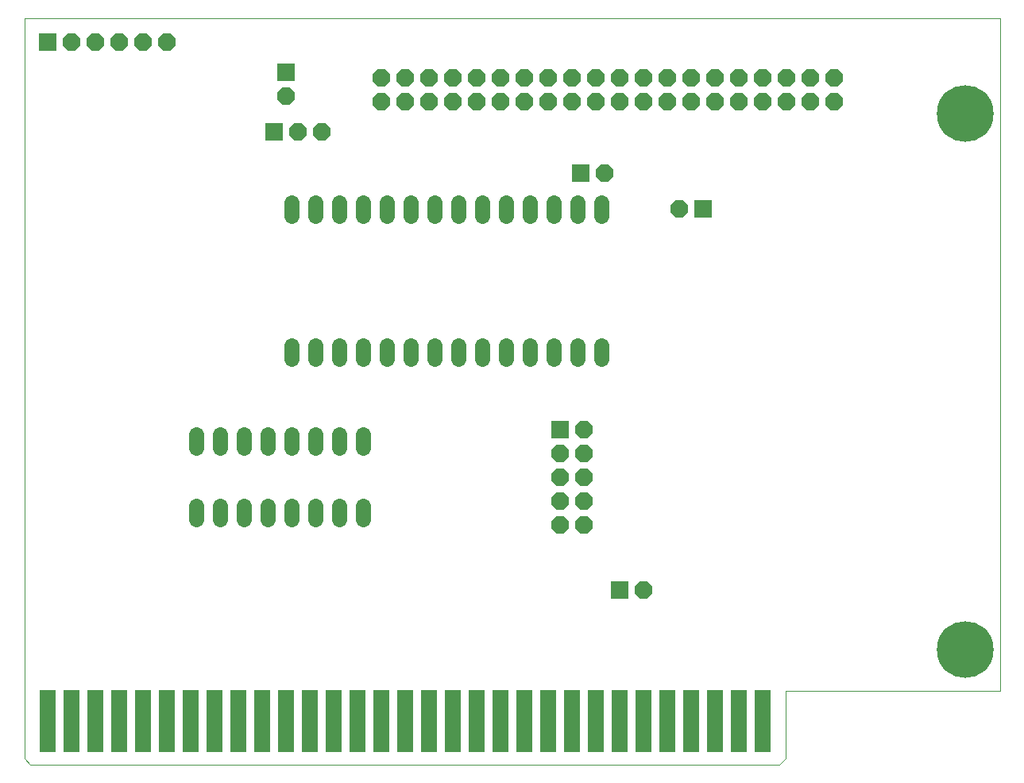
<source format=gbs>
G75*
G70*
%OFA0B0*%
%FSLAX24Y24*%
%IPPOS*%
%LPD*%
%AMOC8*
5,1,8,0,0,1.08239X$1,22.5*
%
%ADD10C,0.0000*%
%ADD11R,0.0680X0.2630*%
%ADD12C,0.0640*%
%ADD13OC8,0.0720*%
%ADD14R,0.0720X0.0720*%
%ADD15C,0.2380*%
D10*
X008092Y007958D02*
X039530Y007958D01*
X039780Y008208D01*
X039780Y011052D01*
X048775Y011052D01*
X048775Y039267D01*
X007842Y039267D01*
X007842Y008271D01*
X007842Y008208D01*
X008092Y007958D01*
D11*
X008811Y009771D03*
X009811Y009771D03*
X010811Y009771D03*
X011811Y009771D03*
X012811Y009771D03*
X013811Y009771D03*
X014811Y009771D03*
X015811Y009771D03*
X016811Y009771D03*
X017811Y009771D03*
X018811Y009771D03*
X019811Y009771D03*
X020811Y009771D03*
X021811Y009771D03*
X022811Y009771D03*
X023811Y009771D03*
X024811Y009771D03*
X025811Y009771D03*
X026811Y009771D03*
X027811Y009771D03*
X028811Y009771D03*
X029811Y009771D03*
X030811Y009771D03*
X031811Y009771D03*
X032811Y009771D03*
X033811Y009771D03*
X034811Y009771D03*
X035811Y009771D03*
X036811Y009771D03*
X037811Y009771D03*
X038811Y009771D03*
D12*
X022061Y018241D02*
X022061Y018801D01*
X021061Y018801D02*
X021061Y018241D01*
X020061Y018241D02*
X020061Y018801D01*
X019061Y018801D02*
X019061Y018241D01*
X018061Y018241D02*
X018061Y018801D01*
X017061Y018801D02*
X017061Y018241D01*
X016061Y018241D02*
X016061Y018801D01*
X015061Y018801D02*
X015061Y018241D01*
X015061Y021241D02*
X015061Y021801D01*
X016061Y021801D02*
X016061Y021241D01*
X017061Y021241D02*
X017061Y021801D01*
X018061Y021801D02*
X018061Y021241D01*
X019061Y021241D02*
X019061Y021801D01*
X020061Y021801D02*
X020061Y021241D01*
X021061Y021241D02*
X021061Y021801D01*
X022061Y021801D02*
X022061Y021241D01*
X022061Y024991D02*
X022061Y025551D01*
X021061Y025551D02*
X021061Y024991D01*
X020061Y024991D02*
X020061Y025551D01*
X019061Y025551D02*
X019061Y024991D01*
X023061Y024991D02*
X023061Y025551D01*
X024061Y025551D02*
X024061Y024991D01*
X025061Y024991D02*
X025061Y025551D01*
X026061Y025551D02*
X026061Y024991D01*
X027061Y024991D02*
X027061Y025551D01*
X028061Y025551D02*
X028061Y024991D01*
X029061Y024991D02*
X029061Y025551D01*
X030061Y025551D02*
X030061Y024991D01*
X031061Y024991D02*
X031061Y025551D01*
X032061Y025551D02*
X032061Y024991D01*
X032061Y030991D02*
X032061Y031551D01*
X031061Y031551D02*
X031061Y030991D01*
X030061Y030991D02*
X030061Y031551D01*
X029061Y031551D02*
X029061Y030991D01*
X028061Y030991D02*
X028061Y031551D01*
X027061Y031551D02*
X027061Y030991D01*
X026061Y030991D02*
X026061Y031551D01*
X025061Y031551D02*
X025061Y030991D01*
X024061Y030991D02*
X024061Y031551D01*
X023061Y031551D02*
X023061Y030991D01*
X022061Y030991D02*
X022061Y031551D01*
X021061Y031551D02*
X021061Y030991D01*
X020061Y030991D02*
X020061Y031551D01*
X019061Y031551D02*
X019061Y030991D01*
D13*
X019311Y034521D03*
X020311Y034521D03*
X018811Y036021D03*
X022811Y035771D03*
X023811Y035771D03*
X023811Y036771D03*
X022811Y036771D03*
X024811Y036771D03*
X025811Y036771D03*
X026811Y036771D03*
X027811Y036771D03*
X028811Y036771D03*
X029811Y036771D03*
X030811Y036771D03*
X031811Y036771D03*
X032811Y036771D03*
X033811Y036771D03*
X034811Y036771D03*
X035811Y036771D03*
X036811Y036771D03*
X037811Y036771D03*
X038811Y036771D03*
X039811Y036771D03*
X040811Y036771D03*
X041811Y036771D03*
X041811Y035771D03*
X040811Y035771D03*
X039811Y035771D03*
X038811Y035771D03*
X037811Y035771D03*
X036811Y035771D03*
X035811Y035771D03*
X034811Y035771D03*
X033811Y035771D03*
X032811Y035771D03*
X031811Y035771D03*
X030811Y035771D03*
X029811Y035771D03*
X028811Y035771D03*
X027811Y035771D03*
X026811Y035771D03*
X025811Y035771D03*
X024811Y035771D03*
X032186Y032771D03*
X035311Y031271D03*
X031311Y022021D03*
X031311Y021021D03*
X030311Y021021D03*
X030311Y020021D03*
X031311Y020021D03*
X031311Y019021D03*
X030311Y019021D03*
X030311Y018021D03*
X031311Y018021D03*
X033811Y015271D03*
X013811Y038271D03*
X012811Y038271D03*
X011811Y038271D03*
X010811Y038271D03*
X009811Y038271D03*
D14*
X008811Y038271D03*
X018811Y037021D03*
X018311Y034521D03*
X031186Y032771D03*
X036311Y031271D03*
X030311Y022021D03*
X032811Y015271D03*
D15*
X047311Y012771D03*
X047311Y035271D03*
M02*

</source>
